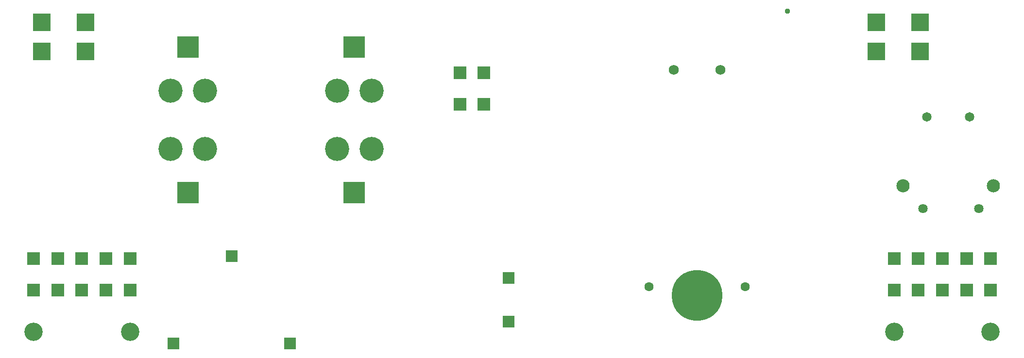
<source format=gbl>
G04 EAGLE Gerber RS-274X export*
G75*
%MOMM*%
%FSLAX34Y34*%
%LPD*%
%INSoldermask Bottom*%
%IPPOS*%
%AMOC8*
5,1,8,0,0,1.08239X$1,22.5*%
G01*
%ADD10C,1.727200*%
%ADD11C,1.600200*%
%ADD12C,8.839200*%
%ADD13R,2.303200X2.303200*%
%ADD14C,3.203200*%
%ADD15C,1.653200*%
%ADD16C,2.303200*%
%ADD17C,1.633200*%
%ADD18R,2.108200X2.108200*%
%ADD19R,3.060700X3.060700*%
%ADD20C,4.203200*%
%ADD21R,3.759200X3.759200*%
%ADD22C,0.959600*%


D10*
X1223140Y512900D03*
X1141860Y512900D03*
D11*
X1266320Y134440D03*
X1098680Y134440D03*
D12*
X1182500Y119200D03*
D13*
X1694000Y127900D03*
X1652000Y127900D03*
X1610000Y127900D03*
X1568000Y127900D03*
X1526000Y127900D03*
X1568000Y182900D03*
X1526000Y182900D03*
X1610000Y182900D03*
X1652000Y182900D03*
X1694000Y182900D03*
D14*
X1694000Y54900D03*
X1526000Y54900D03*
D15*
X1657500Y430000D03*
X1582500Y430000D03*
D16*
X1541500Y310000D03*
X1698500Y310000D03*
D17*
X1576200Y270000D03*
X1673800Y270000D03*
D13*
X811000Y452500D03*
X769000Y452500D03*
X769000Y507500D03*
X811000Y507500D03*
D18*
X270000Y35000D03*
X473200Y35000D03*
X371600Y187400D03*
X854200Y149300D03*
X854200Y73100D03*
D13*
X194000Y127900D03*
X152000Y127900D03*
X110000Y127900D03*
X68000Y127900D03*
X26000Y127900D03*
X68000Y182900D03*
X26000Y182900D03*
X110000Y182900D03*
X152000Y182900D03*
X194000Y182900D03*
D14*
X194000Y54900D03*
X26000Y54900D03*
D19*
X40000Y595800D03*
X116200Y595800D03*
X116200Y545000D03*
X40000Y545000D03*
X1495000Y595800D03*
X1571200Y595800D03*
X1571200Y545000D03*
X1495000Y545000D03*
D20*
X555000Y374200D03*
X555000Y475800D03*
X325000Y475800D03*
X325000Y374200D03*
D21*
X585000Y552000D03*
X585000Y298000D03*
X295000Y298000D03*
X295000Y552000D03*
D20*
X615000Y374200D03*
X615000Y475800D03*
X265000Y475800D03*
X265000Y374200D03*
D22*
X1340000Y615000D03*
M02*

</source>
